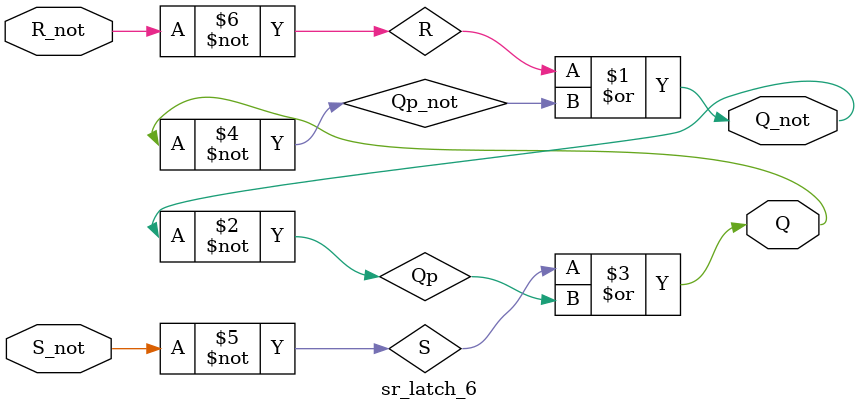
<source format=v>
/*
 SR Latch
 */

module sr_latch_6 (S_not,R_not,Q,Q_not);

   input      S_not, R_not;

   output     Q, Q_not;

   wire       S, R;
   
   reg        Qp, Qp_not;

   not (S,S_not);
   not (R,R_not);
   
   nor (Qp,R,Qp_not);
   nor (Qp_not,S,Qp);

   not (Q,Qp_not);
   not (Q_not,Qp);

endmodule // sr_latch_6

</source>
